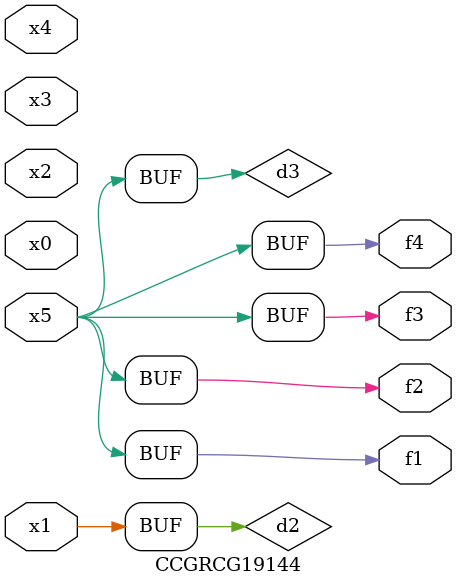
<source format=v>
module CCGRCG19144(
	input x0, x1, x2, x3, x4, x5,
	output f1, f2, f3, f4
);

	wire d1, d2, d3;

	not (d1, x5);
	or (d2, x1);
	xnor (d3, d1);
	assign f1 = d3;
	assign f2 = d3;
	assign f3 = d3;
	assign f4 = d3;
endmodule

</source>
